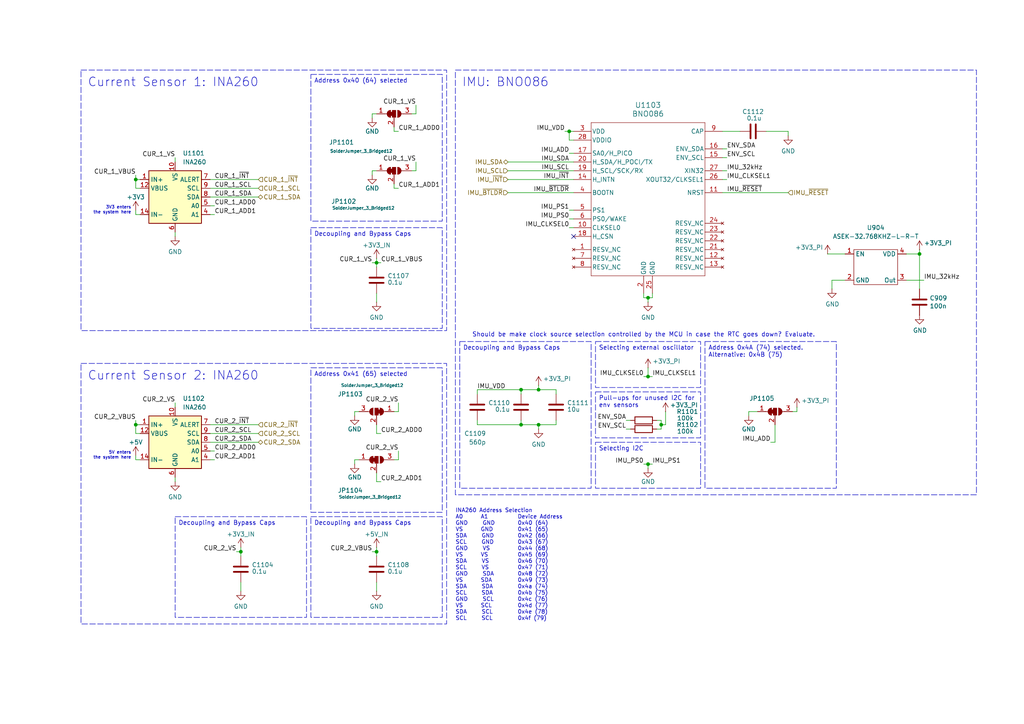
<source format=kicad_sch>
(kicad_sch (version 20231120) (generator "eeschema") (generator_version "8.0")
  (paper "A4")
  (title_block (title "bac SBC Raspberry Pi CM5 Carrier Board v1") (date "2025-03-23") (rev "1") (company "Build a CubeSat") (comment 1 "Original: P. Colangeli, respin: M. Imboden") (comment 2 "CERN-OHL-S-2.0") (comment 3 "https://buildacubesat.space") (comment 4 "Respun from \"CM5 MINIMA REV2\" by Pierluigi Colangeli") (comment 5 "https://github.com/piecol/CM5_MINIMA_REV2") (comment 6 "Thanks, Pier!"))
  (lib_symbols
    (symbol "CM5IO:ASEK-32.768KHZ-L-R-T"
      (property "Reference" "U703" (at 0 9.525 0))
      (property "Value" "ASEK-32.768KHZ-L-R-T" (at 0 6.985 0))
      (symbol "ASEK-32.768KHZ-L-R-T_0_1"
        (rectangle (start -6.35 5.08) (end 6.35 -5.08))
      )
      (symbol "ASEK-32.768KHZ-L-R-T_1_1"
        (pin power_in line (at -8.89 3.81 0) (length 2.54) (name "EN") (number "1"))
        (pin power_in line (at -8.89 -3.81 0) (length 2.54) (name "GND") (number "2"))
        (pin output line (at 8.89 -3.81 180) (length 2.54) (name "Out") (number "3"))
        (pin power_in line (at 8.89 3.81 180) (length 2.54) (name "VDD") (number "4"))
      )
    )
    (symbol "Device:C" (pin_numbers hide) (pin_names (offset 0.254))
      (property "Reference" "C" (at 0.635 2.54 0))
      (property "Value" "C" (at 0.635 -2.54 0))
      (symbol "C_0_1"
        (polyline (pts (xy -2.032 -0.762) (xy 2.032 -0.762)) (stroke (width 0.508)))
        (polyline (pts (xy -2.032 0.762) (xy 2.032 0.762)) (stroke (width 0.508)))
      )
      (symbol "C_1_1"
        (pin passive line (at 0 3.81 270) (length 2.794) (name "~") (number "1"))
        (pin passive line (at 0 -3.81 90) (length 2.794) (name "~") (number "2"))
      )
    )
    (symbol "Device:R" (pin_numbers hide) (pin_names (offset 0))
      (property "Reference" "R" (at 2.032 0 90))
      (property "Value" "R" (at 0 0 90))
      (symbol "R_0_1"
        (rectangle (start -1.016 -2.54) (end 1.016 2.54) (stroke (width 0.254)))
      )
      (symbol "R_1_1"
        (pin passive line (at 0 3.81 270) (length 1.27) (name "~") (number "1"))
        (pin passive line (at 0 -3.81 90) (length 1.27) (name "~") (number "2"))
      )
    )
    (symbol "Jumper:SolderJumper_3_Bridged12" (pin_names (offset 0) hide) (exclude_from_sim yes) (in_bom no)
      (property "Reference" "JP" (at -2.54 -2.54 0))
      (property "Value" "SolderJumper_3_Bridged12" (at 0 2.794 0))
      (symbol "SolderJumper_3_Bridged12_0_1"
        (rectangle (start -1.016 0.508) (end -0.508 -0.508) (fill (type outline)))
        (arc (start -1.016 1.016) (mid -2.0276 0) (end -1.016 -1.016))
        (arc (start -1.016 1.016) (mid -2.0276 0) (end -1.016 -1.016) (fill (type outline)))
        (rectangle (start -0.508 1.016) (end 0.508 -1.016) (fill (type outline)))
        (polyline (pts (xy -2.54 0) (xy -2.032 0)))
        (polyline (pts (xy -1.016 1.016) (xy -1.016 -1.016)))
        (polyline (pts (xy 0 -1.27) (xy 0 -1.016)))
        (polyline (pts (xy 1.016 1.016) (xy 1.016 -1.016)))
        (polyline (pts (xy 2.54 0) (xy 2.032 0)))
        (arc (start 1.016 -1.016) (mid 2.0276 0) (end 1.016 1.016))
        (arc (start 1.016 -1.016) (mid 2.0276 0) (end 1.016 1.016) (fill (type outline)))
      )
      (symbol "SolderJumper_3_Bridged12_1_1"
        (pin passive line (at -5.08 0 0) (length 2.54) (name "A") (number "1"))
        (pin passive line (at 0 -3.81 90) (length 2.54) (name "C") (number "2"))
        (pin passive line (at 5.08 0 180) (length 2.54) (name "B") (number "3"))
      )
    )
    (symbol "Sensor:INA260"
      (property "Reference" "U" (at -6.35 8.89 0))
      (property "Value" "INA260" (at 2.54 8.89 0))
      (symbol "INA260_0_1"
        (rectangle (start -7.62 7.62) (end 7.62 -7.62) (stroke (width 0.254)) (fill (type background)))
      )
      (symbol "INA260_1_1"
        (pin passive line (at -10.16 5.08 0) (length 2.54) (name "IN+") (number "1"))
        (pin power_in line (at 0 10.16 270) (length 2.54) (name "VS") (number "10"))
        (pin passive line (at 0 -10.16 90) (length 2.54) hide (name "GND") (number "11"))
        (pin passive line (at -10.16 2.54 0) (length 2.54) (name "VBUS") (number "12"))
        (pin no_connect line (at 2.54 -7.62 90) (length 2.54) hide (name "NC") (number "13"))
        (pin passive line (at -10.16 -5.08 0) (length 2.54) (name "IN-") (number "14"))
        (pin passive line (at -10.16 -5.08 0) (length 2.54) hide (name "IN-") (number "15"))
        (pin passive line (at -10.16 -5.08 0) (length 2.54) hide (name "IN-") (number "16"))
        (pin passive line (at -10.16 5.08 0) (length 2.54) hide (name "IN+") (number "2"))
        (pin passive line (at -10.16 5.08 0) (length 2.54) hide (name "IN+") (number "3"))
        (pin input line (at 10.16 -5.08 180) (length 2.54) (name "A1") (number "4"))
        (pin input line (at 10.16 -2.54 180) (length 2.54) (name "A0") (number "5"))
        (pin power_in line (at 0 -10.16 90) (length 2.54) (name "GND") (number "6"))
        (pin open_collector line (at 10.16 5.08 180) (length 2.54) (name "ALERT") (number "7"))
        (pin bidirectional line (at 10.16 0 180) (length 2.54) (name "SDA") (number "8"))
        (pin input line (at 10.16 2.54 180) (length 2.54) (name "SCL") (number "9"))
      )
    )
    (symbol "bac MicroMod Main Board v1:CEVA BNO086" (pin_names (offset 0.254))
      (property "Reference" "U" (at 0 25.4 0))
      (property "Value" "CEVA BNO086" (at 0 22.86 0))
      (symbol "CEVA BNO086_0_1"
        (polyline (pts (xy -16.51 -24.13) (xy 16.51 -24.13)) (stroke (width 0.127)))
        (polyline (pts (xy -16.51 20.32) (xy -16.51 -24.13)) (stroke (width 0.127)))
        (polyline (pts (xy 16.51 -24.13) (xy 16.51 20.32)) (stroke (width 0.127)))
        (polyline (pts (xy 16.51 20.32) (xy -16.51 20.32)) (stroke (width 0.127)))
        (pin no_connect line (at -21.59 -16.51 0) (length 5.08) (name "RESV_NC") (number "1"))
        (pin input line (at -21.59 -10.16 0) (length 5.08) (name "CLKSEL0") (number "10"))
        (pin input line (at 21.59 0 180) (length 5.08) (name "NRST") (number "11"))
        (pin no_connect line (at 21.59 -19.05 180) (length 5.08) (name "RESV_NC") (number "12"))
        (pin no_connect line (at 21.59 -21.59 180) (length 5.08) (name "RESV_NC") (number "13"))
        (pin output line (at -21.59 3.81 0) (length 5.08) (name "H_INTN") (number "14"))
        (pin bidirectional line (at 21.59 10.16 180) (length 5.08) (name "ENV_SCL") (number "15"))
        (pin bidirectional line (at 21.59 12.7 180) (length 5.08) (name "ENV_SDA") (number "16"))
        (pin input line (at -21.59 -12.7 0) (length 5.08) (name "H_CSN") (number "18"))
        (pin bidirectional line (at -21.59 6.35 0) (length 5.08) (name "H_SCL/SCK/RX") (number "19"))
        (pin power_out line (at -1.27 -29.21 90) (length 5.08) (name "GND") (number "2"))
        (pin no_connect line (at 21.59 -16.51 180) (length 5.08) (name "RESV_NC") (number "21"))
        (pin no_connect line (at 21.59 -13.97 180) (length 5.08) (name "RESV_NC") (number "22"))
        (pin no_connect line (at 21.59 -11.43 180) (length 5.08) (name "RESV_NC") (number "23"))
        (pin no_connect line (at 21.59 -8.89 180) (length 5.08) (name "RESV_NC") (number "24"))
        (pin power_out line (at 1.27 -29.21 90) (length 5.08) (name "GND") (number "25"))
        (pin output line (at 21.59 3.81 180) (length 5.08) (name "XOUT32/CLKSEL1") (number "26"))
        (pin input line (at 21.59 6.35 180) (length 5.08) (name "XIN32") (number "27"))
        (pin power_in line (at -21.59 15.24 0) (length 5.08) (name "VDDIO") (number "28"))
        (pin power_in line (at -21.59 17.78 0) (length 5.08) (name "VDD") (number "3"))
        (pin input line (at -21.59 0 0) (length 5.08) (name "BOOTN") (number "4"))
        (pin input line (at -21.59 -5.08 0) (length 5.08) (name "PS1") (number "5"))
        (pin input line (at -21.59 -7.62 0) (length 5.08) (name "PS0/WAKE") (number "6"))
        (pin no_connect line (at -21.59 -19.05 0) (length 5.08) (name "RESV_NC") (number "7"))
        (pin no_connect line (at -21.59 -21.59 0) (length 5.08) (name "RESV_NC") (number "8"))
        (pin power_in line (at 21.59 17.78 180) (length 5.08) (name "CAP") (number "9"))
      )
      (symbol "CEVA BNO086_1_1"
        (pin input line (at -21.59 11.43 0) (length 5.08) (name "SA0/H_PICO") (number "17"))
        (pin bidirectional line (at -21.59 8.89 0) (length 5.08) (name "H_SDA/H_POCI/TX") (number "20"))
      )
    )
    (symbol "power:+3.3V" (power) (pin_numbers hide) (pin_names (offset 0) hide)
      (property "Value" "+3.3V" (at 0 3.556 0))
      (symbol "+3.3V_0_1"
        (polyline (pts (xy -0.762 1.27) (xy 0 2.54)))
        (polyline (pts (xy 0 0) (xy 0 2.54)))
        (polyline (pts (xy 0 2.54) (xy 0.762 1.27)))
      )
      (symbol "+3.3V_1_1"
        (pin power_in line (at 0 0 90) (length 0) (name "~") (number "1"))
      )
    )
    (symbol "power:+3V3" (power) (pin_numbers hide) (pin_names (offset 0) hide)
      (property "Value" "+3V3" (at 0 3.556 0))
      (symbol "+3V3_0_1"
        (polyline (pts (xy -0.762 1.27) (xy 0 2.54)))
        (polyline (pts (xy 0 0) (xy 0 2.54)))
        (polyline (pts (xy 0 2.54) (xy 0.762 1.27)))
      )
      (symbol "+3V3_1_1"
        (pin power_in line (at 0 0 90) (length 0) (name "~") (number "1"))
      )
    )
    (symbol "power:GND" (power) (pin_numbers hide) (pin_names (offset 0) hide)
      (property "Value" "GND" (at 0 -3.81 0))
      (symbol "GND_0_1"
        (polyline (pts (xy 0 0) (xy 0 -1.27) (xy 1.27 -1.27) (xy 0 -2.54) (xy -1.27 -1.27) (xy 0 -1.27)))
      )
      (symbol "GND_1_1"
        (pin power_in line (at 0 0 270) (length 0) (name "~") (number "1"))
      )
    )
  )
  (junction (at 156.21 123.19))
  (junction (at 266.7 73.66))
  (junction (at 69.85 160.02))
  (junction (at 151.13 113.03))
  (junction (at 191.77 123.19))
  (junction (at 187.96 109.22))
  (junction (at 165.1 38.1))
  (junction (at 39.37 52.07))
  (junction (at 151.13 123.19))
  (junction (at 156.21 113.03))
  (junction (at 187.96 86.36))
  (junction (at 39.37 123.19))
  (junction (at 109.22 160.02))
  (junction (at 187.96 134.62))
  (junction (at 109.22 76.2))
  (no_connect (at 166.37 68.58))
  (wire (pts (xy 39.37 54.61) (xy 40.64 54.61)))
  (wire (pts (xy 217.17 119.38) (xy 219.71 119.38)))
  (wire (pts (xy 50.8 139.7) (xy 50.8 138.43)))
  (wire (pts (xy 191.77 121.92) (xy 191.77 123.19)))
  (wire (pts (xy 68.58 160.02) (xy 69.85 160.02)))
  (wire (pts (xy 50.8 45.72) (xy 50.8 46.99)))
  (wire (pts (xy 107.95 76.2) (xy 109.22 76.2)))
  (wire (pts (xy 115.57 133.35) (xy 114.3 133.35)))
  (wire (pts (xy 187.96 135.89) (xy 187.96 134.62)))
  (wire (pts (xy 209.55 45.72) (xy 210.82 45.72)))
  (wire (pts (xy 187.96 106.68) (xy 187.96 109.22)))
  (wire (pts (xy 107.95 49.53) (xy 107.95 50.8)))
  (wire (pts (xy 39.37 125.73) (xy 40.64 125.73)))
  (wire (pts (xy 241.3 83.82) (xy 241.3 81.28)))
  (wire (pts (xy 191.77 123.19) (xy 191.77 124.46)))
  (wire (pts (xy 189.23 86.36) (xy 189.23 85.09)))
  (wire (pts (xy 138.43 121.92) (xy 138.43 123.19)))
  (wire (pts (xy 109.22 125.73) (xy 109.22 123.19)))
  (wire (pts (xy 240.03 73.66) (xy 245.11 73.66)))
  (wire (pts (xy 114.3 38.1) (xy 114.3 36.83)))
  (wire (pts (xy 60.96 62.23) (xy 62.23 62.23)))
  (wire (pts (xy 151.13 113.03) (xy 156.21 113.03)))
  (wire (pts (xy 186.69 134.62) (xy 187.96 134.62)))
  (wire (pts (xy 223.52 128.27) (xy 224.79 128.27)))
  (wire (pts (xy 217.17 119.38) (xy 217.17 120.65)))
  (wire (pts (xy 147.32 46.99) (xy 166.37 46.99)))
  (wire (pts (xy 39.37 52.07) (xy 40.64 52.07)))
  (wire (pts (xy 109.22 168.91) (xy 109.22 171.45)))
  (wire (pts (xy 165.1 66.04) (xy 166.37 66.04)))
  (wire (pts (xy 110.49 125.73) (xy 109.22 125.73)))
  (wire (pts (xy 210.82 49.53) (xy 209.55 49.53)))
  (wire (pts (xy 138.43 114.3) (xy 138.43 113.03)))
  (wire (pts (xy 109.22 85.09) (xy 109.22 87.63)))
  (wire (pts (xy 74.93 52.07) (xy 60.96 52.07)))
  (wire (pts (xy 156.21 123.19) (xy 151.13 123.19)))
  (wire (pts (xy 114.3 54.61) (xy 114.3 53.34)))
  (wire (pts (xy 165.1 60.96) (xy 166.37 60.96)))
  (wire (pts (xy 181.61 124.46) (xy 182.88 124.46)))
  (wire (pts (xy 50.8 68.58) (xy 50.8 67.31)))
  (wire (pts (xy 69.85 160.02) (xy 69.85 161.29)))
  (wire (pts (xy 165.1 40.64) (xy 165.1 38.1)))
  (wire (pts (xy 214.63 38.1) (xy 209.55 38.1)))
  (wire (pts (xy 39.37 52.07) (xy 39.37 50.8)))
  (wire (pts (xy 147.32 55.88) (xy 166.37 55.88)))
  (wire (pts (xy 186.69 85.09) (xy 186.69 86.36)))
  (wire (pts (xy 228.6 38.1) (xy 228.6 39.37)))
  (wire (pts (xy 187.96 86.36) (xy 189.23 86.36)))
  (wire (pts (xy 224.79 123.19) (xy 224.79 128.27)))
  (wire (pts (xy 110.49 139.7) (xy 109.22 139.7)))
  (wire (pts (xy 161.29 121.92) (xy 161.29 123.19)))
  (wire (pts (xy 161.29 123.19) (xy 156.21 123.19)))
  (wire (pts (xy 156.21 123.19) (xy 156.21 124.46)))
  (wire (pts (xy 120.65 46.99) (xy 120.65 49.53)))
  (wire (pts (xy 209.55 52.07) (xy 210.82 52.07)))
  (wire (pts (xy 107.95 49.53) (xy 109.22 49.53)))
  (wire (pts (xy 156.21 113.03) (xy 161.29 113.03)))
  (wire (pts (xy 115.57 116.84) (xy 115.57 119.38)))
  (wire (pts (xy 114.3 38.1) (xy 115.57 38.1)))
  (wire (pts (xy 102.87 119.38) (xy 104.14 119.38)))
  (wire (pts (xy 231.14 119.38) (xy 231.14 118.11)))
  (wire (pts (xy 191.77 124.46) (xy 190.5 124.46)))
  (wire (pts (xy 39.37 123.19) (xy 39.37 121.92)))
  (wire (pts (xy 138.43 123.19) (xy 151.13 123.19)))
  (wire (pts (xy 151.13 123.19) (xy 151.13 121.92)))
  (wire (pts (xy 39.37 62.23) (xy 40.64 62.23)))
  (wire (pts (xy 102.87 133.35) (xy 104.14 133.35)))
  (wire (pts (xy 50.8 116.84) (xy 50.8 118.11)))
  (wire (pts (xy 266.7 73.66) (xy 262.89 73.66)))
  (wire (pts (xy 209.55 43.18) (xy 210.82 43.18)))
  (wire (pts (xy 151.13 113.03) (xy 151.13 114.3)))
  (wire (pts (xy 187.96 109.22) (xy 189.23 109.22)))
  (wire (pts (xy 147.32 52.07) (xy 166.37 52.07)))
  (wire (pts (xy 74.93 123.19) (xy 60.96 123.19)))
  (wire (pts (xy 109.22 158.75) (xy 109.22 160.02)))
  (wire (pts (xy 262.89 81.28) (xy 267.97 81.28)))
  (wire (pts (xy 165.1 38.1) (xy 166.37 38.1)))
  (wire (pts (xy 120.65 49.53) (xy 119.38 49.53)))
  (wire (pts (xy 107.95 33.02) (xy 109.22 33.02)))
  (wire (pts (xy 39.37 133.35) (xy 40.64 133.35)))
  (wire (pts (xy 190.5 121.92) (xy 191.77 121.92)))
  (wire (pts (xy 39.37 123.19) (xy 40.64 123.19)))
  (wire (pts (xy 39.37 132.08) (xy 39.37 133.35)))
  (wire (pts (xy 161.29 113.03) (xy 161.29 114.3)))
  (wire (pts (xy 209.55 55.88) (xy 228.6 55.88)))
  (wire (pts (xy 166.37 40.64) (xy 165.1 40.64)))
  (wire (pts (xy 186.69 86.36) (xy 187.96 86.36)))
  (wire (pts (xy 156.21 111.76) (xy 156.21 113.03)))
  (wire (pts (xy 102.87 119.38) (xy 102.87 120.65)))
  (wire (pts (xy 266.7 72.39) (xy 266.7 73.66)))
  (wire (pts (xy 266.7 83.82) (xy 266.7 73.66)))
  (wire (pts (xy 186.69 109.22) (xy 187.96 109.22)))
  (wire (pts (xy 74.93 128.27) (xy 60.96 128.27)))
  (wire (pts (xy 222.25 38.1) (xy 228.6 38.1)))
  (wire (pts (xy 109.22 76.2) (xy 109.22 77.47)))
  (wire (pts (xy 74.93 125.73) (xy 60.96 125.73)))
  (wire (pts (xy 74.93 54.61) (xy 60.96 54.61)))
  (wire (pts (xy 193.04 119.38) (xy 193.04 123.19)))
  (wire (pts (xy 115.57 130.81) (xy 115.57 133.35)))
  (wire (pts (xy 120.65 30.48) (xy 120.65 33.02)))
  (wire (pts (xy 107.95 33.02) (xy 107.95 34.29)))
  (wire (pts (xy 39.37 125.73) (xy 39.37 123.19)))
  (wire (pts (xy 69.85 158.75) (xy 69.85 160.02)))
  (wire (pts (xy 187.96 86.36) (xy 187.96 87.63)))
  (wire (pts (xy 181.61 121.92) (xy 182.88 121.92)))
  (wire (pts (xy 114.3 54.61) (xy 115.57 54.61)))
  (wire (pts (xy 109.22 139.7) (xy 109.22 137.16)))
  (wire (pts (xy 109.22 160.02) (xy 109.22 161.29)))
  (wire (pts (xy 147.32 49.53) (xy 166.37 49.53)))
  (wire (pts (xy 138.43 113.03) (xy 151.13 113.03)))
  (wire (pts (xy 110.49 76.2) (xy 109.22 76.2)))
  (wire (pts (xy 69.85 168.91) (xy 69.85 171.45)))
  (wire (pts (xy 115.57 119.38) (xy 114.3 119.38)))
  (wire (pts (xy 74.93 57.15) (xy 60.96 57.15)))
  (wire (pts (xy 163.83 38.1) (xy 165.1 38.1)))
  (wire (pts (xy 231.14 119.38) (xy 229.87 119.38)))
  (wire (pts (xy 165.1 63.5) (xy 166.37 63.5)))
  (wire (pts (xy 102.87 134.62) (xy 102.87 133.35)))
  (wire (pts (xy 193.04 123.19) (xy 191.77 123.19)))
  (wire (pts (xy 109.22 74.93) (xy 109.22 76.2)))
  (wire (pts (xy 39.37 54.61) (xy 39.37 52.07)))
  (wire (pts (xy 60.96 130.81) (xy 62.23 130.81)))
  (wire (pts (xy 187.96 134.62) (xy 189.23 134.62)))
  (wire (pts (xy 120.65 33.02) (xy 119.38 33.02)))
  (wire (pts (xy 241.3 81.28) (xy 245.11 81.28)))
  (wire (pts (xy 107.95 160.02) (xy 109.22 160.02)))
  (wire (pts (xy 60.96 59.69) (xy 62.23 59.69)))
  (wire (pts (xy 39.37 60.96) (xy 39.37 62.23)))
  (wire (pts (xy 60.96 133.35) (xy 62.23 133.35)))
  (wire (pts (xy 165.1 44.45) (xy 166.37 44.45)))
  (text_box "IMU: BNO086" (at 132.08 20.32 0) (size 151.13 123.19) (stroke (width 0) (type dash)) (effects (font (size 2.54 2.54)) (justify left top)))
  (text_box "Selecting external oscillator" (at 172.72 99.06 0) (size 30.48 13.335) (stroke (width 0) (type dash)) (effects (font (size 1.27 1.27)) (justify left top)))
  (text_box "Pull-ups for unused I2C for env sensors" (at 172.72 113.665 0) (size 30.48 13.335) (stroke (width 0) (type dash)) (effects (font (size 1.27 1.27)) (justify left top)))
  (text_box "Decoupling and Bypass Caps" (at 50.8 149.86 0) (size 38.1 29.21) (stroke (width 0) (type dash)) (effects (font (size 1.27 1.27)) (justify left top)))
  (text_box "Decoupling and Bypass Caps" (at 90.17 149.86 0) (size 38.1 29.21) (stroke (width 0) (type dash)) (effects (font (size 1.27 1.27)) (justify left top)))
  (text_box "Selecting I2C" (at 172.72 128.27 0) (size 30.48 13.335) (stroke (width 0) (type dash)) (effects (font (size 1.27 1.27)) (justify left top)))
  (text_box "Current Sensor 2: INA260" (at 23.495 105.41 0) (size 106.045 75.565) (stroke (width 0) (type dash)) (effects (font (size 2.54 2.54)) (justify left top)))
  (text_box "Decoupling and Bypass Caps" (at 90.17 66.04 0) (size 38.1 29.21) (stroke (width 0) (type dash)) (effects (font (size 1.27 1.27)) (justify left top)))
  (text_box "Address 0x41 (65) selected" (at 90.17 106.68 0) (size 38.1 41.91) (stroke (width 0) (type dash)) (effects (font (size 1.27 1.27)) (justify left top)))
  (text_box "Address 0x4A (74) selected. Alternative: 0x4B (75)" (at 204.47 99.06 0) (size 38.1 42.545) (stroke (width 0) (type dash)) (effects (font (size 1.27 1.27)) (justify left top)))
  (text_box "Address 0x40 (64) selected" (at 90.17 21.59 0) (size 38.1 42.545) (stroke (width 0) (type dash)) (effects (font (size 1.27 1.27)) (justify left top)))
  (text_box "Current Sensor 1: INA260" (at 23.495 20.32 0) (size 106.045 75.565) (stroke (width 0) (type dash)) (effects (font (size 2.54 2.54)) (justify left top)))
  (text_box "Decoupling and Bypass Caps" (at 133.35 99.06 0) (size 38.1 42.545) (stroke (width 0) (type dash)) (effects (font (size 1.27 1.27)) (justify left top)))
  (text "5V enters\nthe system here" (at 38.1 132.08 0) (effects (font (size 0.889 0.889)) (justify right)))
  (text "3V3 enters\nthe system here" (at 38.1 60.96 0) (effects (font (size 0.889 0.889)) (justify right)))
  (text "INA260 Address Selection\nA0      A1		Device Address \nGND     GND		0x40 (64)\nVS      GND		0x41 (65)\nSDA     GND		0x42 (66)\nSCL     GND		0x43 (67)\nGND     VS		0x44 (68)\nVS      VS		0x45 (69)\nSDA     VS		0x46 (70)\nSCL     VS		0x47 (71)\nGND     SDA		0x48 (72)\nVS      SDA		0x49 (73)\nSDA     SDA		0x4a (74)\nSCL     SDA		0x4b (75)\nGND     SCL		0x4c (76)\nVS      SCL		0x4d (77)\nSDA     SCL		0x4e (78)\nSCL     SCL		0x4f (79)\n" (at 132.08 163.83 0) (effects (font (size 1.143 1.143)) (justify left)))
  (text "Should be make clock source selection controlled by the MCU in case the RTC goes down? Evaluate." (at 186.69 97.155 0) (effects (font (size 1.27 1.27))))
  (label "ENV_SDA" (at 210.82 43.18 0))
  (label "CUR_2_ADD0" (at 110.49 125.73 0))
  (label "IMU_PS1" (at 189.23 134.62 0))
  (label "IMU_32kHz" (at 210.82 49.53 0))
  (label "IMU_CLKSEL0" (at 186.69 109.22 180))
  (label "CUR_1_VS" (at 107.95 76.2 180))
  (label "CUR_2_VS" (at 115.57 130.81 180))
  (label "CUR_2_ADD1" (at 62.23 133.35 0))
  (label "ENV_SCL" (at 181.61 124.46 180))
  (label "IMU_ADD" (at 223.52 128.27 180))
  (label "IMU_~{RESET}" (at 210.82 55.88 0))
  (label "CUR_1_SDA" (at 62.23 57.15 0))
  (label "ENV_SDA" (at 181.61 121.92 180))
  (label "IMU_VDD" (at 138.43 113.03 0))
  (label "IMU_PS1" (at 165.1 60.96 180))
  (label "IMU_CLKSEL1" (at 189.23 109.22 0))
  (label "CUR_1_VBUS" (at 110.49 76.2 0))
  (label "CUR_2_VS" (at 68.58 160.02 180))
  (label "IMU_PS0" (at 186.69 134.62 180))
  (label "CUR_2_~{INT}" (at 62.23 123.19 0))
  (label "CUR_2_VS" (at 115.57 116.84 180))
  (label "CUR_2_VBUS" (at 39.37 121.92 180))
  (label "CUR_2_ADD1" (at 110.49 139.7 0))
  (label "CUR_2_ADD0" (at 62.23 130.81 0))
  (label "CUR_1_ADD0" (at 62.23 59.69 0))
  (label "CUR_1_SCL" (at 62.23 54.61 0))
  (label "CUR_2_SCL" (at 62.23 125.73 0))
  (label "IMU_VDD" (at 163.83 38.1 180))
  (label "CUR_1_VBUS" (at 39.37 50.8 180))
  (label "CUR_1_ADD1" (at 62.23 62.23 0))
  (label "IMU_CLKSEL1" (at 210.82 52.07 0))
  (label "IMU_32kHz" (at 267.97 81.28 0))
  (label "CUR_1_ADD1" (at 115.57 54.61 0))
  (label "CUR_1_ADD0" (at 115.57 38.1 0))
  (label "ENV_SCL" (at 210.82 45.72 0))
  (label "CUR_1_VS" (at 120.65 30.48 180))
  (label "CUR_2_VS" (at 50.8 116.84 180))
  (label "IMU_CLKSEL0" (at 165.1 66.04 180))
  (label "IMU_~{INT}" (at 165.1 52.07 180))
  (label "IMU_~{BTLDR}" (at 165.1 55.88 180))
  (label "IMU_PS0" (at 165.1 63.5 180))
  (label "CUR_1_~{INT}" (at 62.23 52.07 0))
  (label "IMU_SCL" (at 165.1 49.53 180))
  (label "CUR_1_VS" (at 120.65 46.99 180))
  (label "CUR_2_VBUS" (at 107.95 160.02 180))
  (label "IMU_ADD" (at 165.1 44.45 180))
  (label "CUR_2_SDA" (at 62.23 128.27 0))
  (label "CUR_1_VS" (at 50.8 45.72 180))
  (label "IMU_SDA" (at 165.1 46.99 180))
  (hierarchical_label "IMU_SCL" (shape input) (at 147.32 49.53 180))
  (hierarchical_label "IMU_~{RESET}" (shape input) (at 228.6 55.88 0))
  (hierarchical_label "CUR_2_SDA" (shape bidirectional) (at 74.93 128.27 0))
  (hierarchical_label "IMU_~{INT}" (shape input) (at 147.32 52.07 180))
  (hierarchical_label "IMU_SDA" (shape bidirectional) (at 147.32 46.99 180))
  (hierarchical_label "CUR_1_SDA" (shape bidirectional) (at 74.93 57.15 0))
  (hierarchical_label "CUR_2_SCL" (shape input) (at 74.93 125.73 0))
  (hierarchical_label "CUR_1_~{INT}" (shape input) (at 74.93 52.07 0))
  (hierarchical_label "CUR_1_SCL" (shape input) (at 74.93 54.61 0))
  (hierarchical_label "CUR_2_~{INT}" (shape input) (at 74.93 123.19 0))
  (hierarchical_label "IMU_~{BTLDR}" (shape input) (at 147.32 55.88 180))
  (symbol (lib_id "power:+3V3") (at 187.96 106.68 0) (unit 1)
    (property "Reference" "#PWR0920" (effects (hide yes)))
    (property "Value" "+3V3_PI" (at 189.23 104.775 0) (effects (justify left)))
    (property "Description" "Power symbol creates a global label with name \"+3V3\"" (effects (hide yes)))
  )
  (symbol (lib_id "Device:R") (at 186.69 121.92 90) (unit 1)
    (property "Reference" "R1101" (at 199.39 119.38 90))
    (property "Value" "100k" (at 198.755 121.285 90))
    (property "Footprint" "bac MicroMod Main Board v1:bac-R-0603-100k" (effects (hide yes)))
    (property "Description" "Resistor" (effects (hide yes)))
    (property "Series" "E96" (effects (hide yes)))
    (instances (project "" (path "" (reference "R1101") (unit 1))) (project "" (path "" (reference "R901") (unit 1))))
  )
  (symbol (lib_id "power:GND") (at 107.95 50.8 0) (unit 1)
    (property "Reference" "#PWR01112" (effects (hide yes)))
    (property "Value" "GND" (at 107.95 54.61 0))
    (property "Description" "Power symbol creates a global label with name \"GND\" , ground" (effects (hide yes)))
    (instances (project "bac-micromod-main-board-single-bus-double-function-v1" (path "" (reference "#PWR01112") (unit 1))) (project "" (path "" (reference "#PWR0912") (unit 1))))
  )
  (symbol (lib_id "power:GND") (at 156.21 124.46 0) (unit 1)
    (property "Reference" "#PWR01116" (effects (hide yes)))
    (property "Value" "GND" (at 156.21 128.905 0))
    (property "Description" "Power symbol creates a global label with name \"GND\" , ground" (effects (hide yes)))
    (instances (project "bac-micromod-main-board-single-bus-double-function-v1" (path "" (reference "#PWR01116") (unit 1))) (project "" (path "" (reference "#PWR0918") (unit 1))))
  )
  (symbol (lib_id "power:GND") (at 109.22 87.63 0) (unit 1)
    (property "Reference" "#PWR01108" (effects (hide yes)))
    (property "Value" "GND" (at 109.22 92.075 0))
    (property "Description" "Power symbol creates a global label with name \"GND\" , ground" (effects (hide yes)))
    (instances (project "bac-micromod-main-board-single-bus-double-function-v1" (path "" (reference "#PWR01108") (unit 1))) (project "" (path "" (reference "#PWR0914") (unit 1))))
  )
  (symbol (lib_id "Device:C") (at 69.85 165.1 0) (unit 1)
    (property "Reference" "C1104" (at 73.025 163.83 0) (effects (justify left)))
    (property "Value" "0.1u" (at 73.025 165.735 0) (effects (justify left)))
    (property "Footprint" "bac MicroMod Main Board v1:bac-C-0603-0.1u" (effects (hide yes)))
    (property "Description" "Unpolarized capacitor" (effects (hide yes)))
    (property "Height" "0.95mm" (effects (hide yes)))
    (property "Rated Voltage" "50V" (effects (hide yes)))
    (property "Temperature Coefficient" "X7R" (effects (hide yes)))
    (instances (project "bac-micromod-main-board-single-bus-double-function" (path "" (reference "C1104") (unit 1))) (project "" (path "" (reference "C901") (unit 1))))
  )
  (symbol (lib_id "power:+3.3V") (at 109.22 74.93 0) (unit 1)
    (property "Reference" "#PWR01107" (effects (hide yes)))
    (property "Value" "+3V3_IN" (at 109.22 71.12 0))
    (property "Description" "Power symbol creates a global label with name \"+3.3V\"" (effects (hide yes)))
    (instances (project "bac-micromod-main-board-single-bus-double-function" (path "" (reference "#PWR01107") (unit 1))) (project "" (path "" (reference "#PWR0913") (unit 1))))
  )
  (symbol (lib_id "Sensor:INA260") (at 50.8 57.15 0) (unit 1)
    (property "Reference" "U1101" (at 52.9941 44.45 0) (effects (justify left)))
    (property "Value" "INA260" (at 52.9941 46.99 0) (effects (justify left)))
    (property "Footprint" "Package_SO:TSSOP-16_4.4x5mm_P0.65mm" (effects (hide yes)))
    (property "Datasheet" "http://www.ti.com/lit/ds/symlink/ina260.pdf" (effects (hide yes)))
    (property "Description" "Current/power/voltage monitor with Integrated 2mΩ Shunt Resistor, 2.7V - 5.5V, I2C, TSSOP-16" (effects (hide yes)))
    (instances (project "" (path "" (reference "U1101") (unit 1))) (project "" (path "" (reference "U901") (unit 1))))
  )
  (symbol (lib_id "Device:C") (at 109.22 81.28 0) (unit 1)
    (property "Reference" "C1107" (at 112.395 80.01 0) (effects (justify left)))
    (property "Value" "0.1u" (at 112.395 81.915 0) (effects (justify left)))
    (property "Footprint" "bac MicroMod Main Board v1:bac-C-0603-0.1u" (effects (hide yes)))
    (property "Description" "Unpolarized capacitor" (effects (hide yes)))
    (property "Height" "0.95mm" (effects (hide yes)))
    (property "Rated Voltage" "50V" (effects (hide yes)))
    (property "Temperature Coefficient" "X7R" (effects (hide yes)))
    (instances (project "bac-micromod-main-board-single-bus-double-function-v1" (path "" (reference "C1107") (unit 1))) (project "" (path "" (reference "C903") (unit 1))))
  )
  (symbol (lib_id "power:+3V3") (at 231.14 118.11 0) (unit 1)
    (property "Reference" "#PWR0925" (effects (hide yes)))
    (property "Value" "+3V3_PI" (at 232.41 116.205 0) (effects (justify left)))
    (property "Description" "Power symbol creates a global label with name \"+3V3\"" (effects (hide yes)))
  )
  (symbol (lib_id "Jumper:SolderJumper_3_Bridged12") (at 224.79 119.38 0) (unit 1) (exclude_from_sim yes) (in_bom no)
    (property "Reference" "JP1105" (at 220.98 115.57 0))
    (property "Value" "SolderJumper_3_Bridged12" (effects (hide yes)))
    (property "Footprint" "Jumper:SolderJumper-3_P1.3mm_Bridged12_RoundedPad1.0x1.5mm_NumberLabels" (effects (hide yes)))
    (property "Description" "3-pole Solder Jumper, pins 1+2 closed/bridged" (effects (hide yes)))
    (instances (project "" (path "" (reference "JP1105") (unit 1))) (project "" (path "" (reference "JP905") (unit 1))))
  )
  (symbol (lib_id "power:GND") (at 50.8 68.58 0) (unit 1)
    (property "Reference" "#PWR01103" (effects (hide yes)))
    (property "Value" "GND" (at 50.8 73.025 0))
    (property "Description" "Power symbol creates a global label with name \"GND\" , ground" (effects (hide yes)))
    (instances (project "bac-micromod-main-board-single-bus-double-function-v1" (path "" (reference "#PWR01103") (unit 1))) (project "" (path "" (reference "#PWR0905") (unit 1))))
  )
  (symbol (lib_id "power:+3.3V") (at 39.37 60.96 0) (unit 1)
    (property "Reference" "#PWR01101" (effects (hide yes)))
    (property "Value" "+3V3" (at 39.37 57.15 0))
    (property "Description" "Power symbol creates a global label with name \"+3.3V\"" (effects (hide yes)))
    (instances (project "bac-micromod-main-board-single-bus-double-function-v1" (path "" (reference "#PWR01101") (unit 1))) (project "" (path "" (reference "#PWR0903") (unit 1))))
  )
  (symbol (lib_id "Jumper:SolderJumper_3_Bridged12") (at 109.22 133.35 0) (unit 1) (exclude_from_sim yes) (in_bom no)
    (property "Reference" "JP1104" (at 101.6 142.24 0))
    (property "Value" "SolderJumper_3_Bridged12" (at 107.315 144.145 0) (effects (font (size 0.889 0.889))))
    (property "Footprint" "Jumper:SolderJumper-3_P1.3mm_Bridged12_RoundedPad1.0x1.5mm_NumberLabels" (effects (hide yes)))
    (property "Description" "3-pole Solder Jumper, pins 1+2 closed/bridged" (effects (hide yes)))
    (instances (project "bac-micromod-main-board-single-bus-double-function-v1" (path "" (reference "JP1104") (unit 1))) (project "" (path "" (reference "JP902") (unit 1))))
  )
  (symbol (lib_id "power:GND") (at 69.85 171.45 0) (unit 1)
    (property "Reference" "#PWR01106" (effects (hide yes)))
    (property "Value" "GND" (at 69.85 175.895 0))
    (property "Description" "Power symbol creates a global label with name \"GND\" , ground" (effects (hide yes)))
    (instances (project "bac-micromod-main-board-single-bus-double-function" (path "" (reference "#PWR01106") (unit 1))) (project "" (path "" (reference "#PWR0908") (unit 1))))
  )
  (symbol (lib_id "power:+3V3") (at 266.7 72.39 0) (unit 1)
    (property "Reference" "#PWR0928" (effects (hide yes)))
    (property "Value" "+3V3_PI" (at 267.97 70.485 0) (effects (justify left)))
    (property "Description" "Power symbol creates a global label with name \"+3V3\"" (effects (hide yes)))
  )
  (symbol (lib_id "power:GND") (at 107.95 34.29 0) (unit 1)
    (property "Reference" "#PWR01111" (effects (hide yes)))
    (property "Value" "GND" (at 107.95 38.1 0))
    (property "Description" "Power symbol creates a global label with name \"GND\" , ground" (effects (hide yes)))
    (instances (project "bac-micromod-main-board-single-bus-double-function-v1" (path "" (reference "#PWR01111") (unit 1))) (project "" (path "" (reference "#PWR0911") (unit 1))))
  )
  (symbol (lib_id "Device:C") (at 109.22 165.1 0) (unit 1)
    (property "Reference" "C1108" (at 112.395 163.83 0) (effects (justify left)))
    (property "Value" "0.1u" (at 112.395 165.735 0) (effects (justify left)))
    (property "Footprint" "bac MicroMod Main Board v1:bac-C-0603-0.1u" (effects (hide yes)))
    (property "Description" "Unpolarized capacitor" (effects (hide yes)))
    (property "Height" "0.95mm" (effects (hide yes)))
    (property "Rated Voltage" "50V" (effects (hide yes)))
    (property "Temperature Coefficient" "X7R" (effects (hide yes)))
    (instances (project "bac-micromod-main-board-single-bus-double-function-v1" (path "" (reference "C1108") (unit 1))) (project "" (path "" (reference "C904") (unit 1))))
  )
  (symbol (lib_id "power:GND") (at 241.3 83.82 0) (unit 1)
    (property "Reference" "#PWR0927" (effects (hide yes)))
    (property "Value" "GND" (at 241.427 88.2142 0))
    (property "Description" "Power symbol creates a global label with name \"GND\" , ground" (effects (hide yes)))
  )
  (symbol (lib_id "Sensor:INA260") (at 50.8 128.27 0) (unit 1)
    (property "Reference" "U1102" (at 52.9941 115.57 0) (effects (justify left)))
    (property "Value" "INA260" (at 52.9941 118.11 0) (effects (justify left)))
    (property "Footprint" "Package_SO:TSSOP-16_4.4x5mm_P0.65mm" (effects (hide yes)))
    (property "Datasheet" "http://www.ti.com/lit/ds/symlink/ina260.pdf" (effects (hide yes)))
    (property "Description" "Current/power/voltage monitor with Integrated 2mΩ Shunt Resistor, 2.7V - 5.5V, I2C, TSSOP-16" (effects (hide yes)))
    (instances (project "bac-micromod-main-board-single-bus-double-function-v1" (path "" (reference "U1102") (unit 1))) (project "" (path "" (reference "U902") (unit 1))))
  )
  (symbol (lib_id "power:GND") (at 102.87 134.62 0) (unit 1)
    (property "Reference" "#PWR01113" (effects (hide yes)))
    (property "Value" "GND" (at 102.87 138.43 0))
    (property "Description" "Power symbol creates a global label with name \"GND\" , ground" (effects (hide yes)))
    (instances (project "bac-micromod-main-board-single-bus-double-function-v1" (path "" (reference "#PWR01113") (unit 1))) (project "" (path "" (reference "#PWR0910") (unit 1))))
  )
  (symbol (lib_id "Device:C") (at 151.13 118.11 0) (mirror y) (unit 1)
    (property "Reference" "C1110" (at 147.955 116.84 0) (effects (justify left)))
    (property "Value" "0.1u" (at 147.955 118.745 0) (effects (justify left)))
    (property "Footprint" "bac MicroMod Main Board v1:bac-C-0603-0.1u" (effects (hide yes)))
    (property "Description" "Unpolarized capacitor" (effects (hide yes)))
    (property "Height" "0.95mm" (effects (hide yes)))
    (property "Rated Voltage" "50V" (effects (hide yes)))
    (property "Temperature Coefficient" "X7R" (effects (hide yes)))
    (instances (project "bac-micromod-main-board-single-bus-double-function-v1" (path "" (reference "C1110") (unit 1))) (project "" (path "" (reference "C906") (unit 1))))
  )
  (symbol (lib_id "Device:R") (at 186.69 124.46 90) (mirror x) (unit 1)
    (property "Reference" "R1102" (at 199.39 123.19 90))
    (property "Value" "100k" (at 198.755 125.095 90))
    (property "Footprint" "bac MicroMod Main Board v1:bac-R-0603-100k" (effects (hide yes)))
    (property "Description" "Resistor" (effects (hide yes)))
    (property "Series" "E96" (effects (hide yes)))
    (instances (project "bac-micromod-main-board-single-bus-double-function-v1" (path "" (reference "R1102") (unit 1))) (project "" (path "" (reference "R902") (unit 1))))
  )
  (symbol (lib_id "power:GND") (at 187.96 87.63 0) (unit 1)
    (property "Reference" "#PWR01117" (effects (hide yes)))
    (property "Value" "GND" (at 187.96 92.075 0))
    (property "Description" "Power symbol creates a global label with name \"GND\" , ground" (effects (hide yes)))
    (instances (project "bac-micromod-main-board-single-bus-double-function-v1" (path "" (reference "#PWR01117") (unit 1))) (project "" (path "" (reference "#PWR0919") (unit 1))))
  )
  (symbol (lib_id "CM5IO:ASEK-32.768KHZ-L-R-T") (at 254 77.47 0) (unit 1)
    (property "Reference" "U904" (at 254 66.04 0))
    (property "Value" "ASEK-32.768KHZ-L-R-T" (at 254 68.58 0))
    (property "Footprint" "Crystal:Crystal_SMD_3225-4Pin_3.2x2.5mm" (effects (hide yes)))
    (property "Datasheet" "https://abracon.com/Oscillators/ASEK.pdf" (effects (hide yes)))
    (property "Field5" "ASEK-32.768KHZ-L-R-T" (effects (hide yes)))
    (property "Field6" "ASEK-32.768KHZ-L-R-T" (effects (hide yes)))
    (property "Field7" "abracon" (effects (hide yes)))
    (property "Part Description" "32KHz Xtal oscilator" (effects (hide yes)))
  )
  (symbol (lib_id "Device:C") (at 161.29 118.11 0) (unit 1)
    (property "Reference" "C1111" (at 164.465 116.84 0) (effects (justify left)))
    (property "Value" "10u" (at 164.465 118.745 0) (effects (justify left)))
    (property "Footprint" "bac MicroMod Main Board v1:bac-C-0805-10u" (effects (hide yes)))
    (property "Description" "Unpolarized capacitor" (effects (hide yes)))
    (property "Rated Voltage" "25V" (effects (hide yes)))
    (property "Temperature Coefficient" "X7R " (effects (hide yes)))
    (instances (project "bac-micromod-main-board-single-bus-double-function-v1" (path "" (reference "C1111") (unit 1))) (project "" (path "" (reference "C907") (unit 1))))
  )
  (symbol (lib_id "power:+3.3V") (at 109.22 158.75 0) (unit 1)
    (property "Reference" "#PWR01109" (effects (hide yes)))
    (property "Value" "+5V_IN" (at 109.22 154.94 0))
    (property "Description" "Power symbol creates a global label with name \"+3.3V\"" (effects (hide yes)))
    (instances (project "bac-micromod-main-board-single-bus-double-function-v1" (path "" (reference "#PWR01109") (unit 1))) (project "" (path "" (reference "#PWR0915") (unit 1))))
  )
  (symbol (lib_id "power:GND") (at 228.6 39.37 0) (unit 1)
    (property "Reference" "#PWR01122" (effects (hide yes)))
    (property "Value" "GND" (at 228.6 43.815 0))
    (property "Description" "Power symbol creates a global label with name \"GND\" , ground" (effects (hide yes)))
    (instances (project "bac-micromod-main-board-single-bus-double-function-v1" (path "" (reference "#PWR01122") (unit 1))) (project "" (path "" (reference "#PWR0924") (unit 1))))
  )
  (symbol (lib_id "power:GND") (at 50.8 139.7 0) (unit 1)
    (property "Reference" "#PWR01104" (effects (hide yes)))
    (property "Value" "GND" (at 50.8 144.145 0))
    (property "Description" "Power symbol creates a global label with name \"GND\" , ground" (effects (hide yes)))
    (instances (project "bac-micromod-main-board-single-bus-double-function-v1" (path "" (reference "#PWR01104") (unit 1))) (project "" (path "" (reference "#PWR0906") (unit 1))))
  )
  (symbol (lib_id "power:+3V3") (at 156.21 111.76 0) (unit 1)
    (property "Reference" "#PWR0917" (effects (hide yes)))
    (property "Value" "+3V3_PI" (at 157.48 109.855 0) (effects (justify left)))
    (property "Description" "Power symbol creates a global label with name \"+3V3\"" (effects (hide yes)))
  )
  (symbol (lib_id "Jumper:SolderJumper_3_Bridged12") (at 114.3 49.53 0) (unit 1) (exclude_from_sim yes) (in_bom no)
    (property "Reference" "JP1102" (at 99.695 58.42 0))
    (property "Value" "SolderJumper_3_Bridged12" (at 105.41 60.325 0) (effects (font (size 0.889 0.889))))
    (property "Footprint" "Jumper:SolderJumper-3_P1.3mm_Bridged12_RoundedPad1.0x1.5mm_NumberLabels" (effects (hide yes)))
    (property "Description" "3-pole Solder Jumper, pins 1+2 closed/bridged" (effects (hide yes)))
    (instances (project "bac-micromod-main-board-single-bus-double-function-v1" (path "" (reference "JP1102") (unit 1))) (project "" (path "" (reference "JP904") (unit 1))))
  )
  (symbol (lib_id "Jumper:SolderJumper_3_Bridged12") (at 114.3 33.02 0) (unit 1) (exclude_from_sim yes) (in_bom no)
    (property "Reference" "JP1101" (at 99.06 41.275 0))
    (property "Value" "SolderJumper_3_Bridged12" (at 104.775 43.815 0) (effects (font (size 0.889 0.889))))
    (property "Footprint" "Jumper:SolderJumper-3_P1.3mm_Bridged12_RoundedPad1.0x1.5mm_NumberLabels" (effects (hide yes)))
    (property "Description" "3-pole Solder Jumper, pins 1+2 closed/bridged" (effects (hide yes)))
    (instances (project "bac-micromod-main-board-single-bus-double-function-v1" (path "" (reference "JP1101") (unit 1))) (project "" (path "" (reference "JP903") (unit 1))))
  )
  (symbol (lib_id "power:GND") (at 102.87 120.65 0) (unit 1)
    (property "Reference" "#PWR01114" (effects (hide yes)))
    (property "Value" "GND" (at 102.87 124.46 0))
    (property "Description" "Power symbol creates a global label with name \"GND\" , ground" (effects (hide yes)))
    (instances (project "bac-micromod-main-board-single-bus-double-function-v1" (path "" (reference "#PWR01114") (unit 1))) (project "" (path "" (reference "#PWR0909") (unit 1))))
  )
  (symbol (lib_id "power:+3V3") (at 240.03 73.66 0) (mirror y) (unit 1)
    (property "Reference" "#PWR0926" (effects (hide yes)))
    (property "Value" "+3V3_PI" (at 238.76 71.755 0) (effects (justify left)))
    (property "Description" "Power symbol creates a global label with name \"+3V3\"" (effects (hide yes)))
  )
  (symbol (lib_id "Device:C") (at 138.43 118.11 0) (unit 1)
    (property "Reference" "C1109" (at 140.97 125.73 0) (effects (justify right)))
    (property "Value" "560p" (at 140.97 128.27 0) (effects (justify right)))
    (property "Footprint" "Capacitor_SMD:C_0603_1608Metric" (effects (hide yes)))
    (property "Description" "Unpolarized capacitor" (effects (hide yes)))
    (property "Height" "0.9mm" (effects (hide yes)))
    (property "Rated Voltage" "50V" (effects (hide yes)))
    (property "Temperature Coefficient" "X7R " (effects (hide yes)))
    (instances (project "bac-micromod-main-board-single-bus-double-function" (path "" (reference "C1109") (unit 1))) (project "" (path "" (reference "C905") (unit 1))))
  )
  (symbol (lib_id "power:+3V3") (at 193.04 119.38 0) (unit 1)
    (property "Reference" "#PWR0922" (effects (hide yes)))
    (property "Value" "+3V3_PI" (at 194.31 117.475 0) (effects (justify left)))
    (property "Description" "Power symbol creates a global label with name \"+3V3\"" (effects (hide yes)))
  )
  (symbol (lib_id "Jumper:SolderJumper_3_Bridged12") (at 109.22 119.38 0) (mirror y) (unit 1) (exclude_from_sim yes) (in_bom no)
    (property "Reference" "JP1103" (at 101.6 114.3 0))
    (property "Value" "SolderJumper_3_Bridged12" (at 107.95 111.76 0) (effects (font (size 0.889 0.889))))
    (property "Footprint" "Jumper:SolderJumper-3_P1.3mm_Bridged12_RoundedPad1.0x1.5mm_NumberLabels" (effects (hide yes)))
    (property "Description" "3-pole Solder Jumper, pins 1+2 closed/bridged" (effects (hide yes)))
    (instances (project "bac-micromod-main-board-single-bus-double-function-v1" (path "" (reference "JP1103") (unit 1))) (project "" (path "" (reference "JP901") (unit 1))))
  )
  (symbol (lib_id "power:GND") (at 187.96 135.89 0) (unit 1)
    (property "Reference" "#PWR01119" (effects (hide yes)))
    (property "Value" "GND" (at 187.96 139.7 0))
    (property "Description" "Power symbol creates a global label with name \"GND\" , ground" (effects (hide yes)))
    (instances (project "bac-micromod-main-board-single-bus-double-function-v1" (path "" (reference "#PWR01119") (unit 1))) (project "" (path "" (reference "#PWR0921") (unit 1))))
  )
  (symbol (lib_id "Device:C") (at 266.7 87.63 0) (unit 1)
    (property "Reference" "C909" (at 269.621 86.4616 0) (effects (justify left)))
    (property "Value" "100n" (at 269.621 88.773 0) (effects (justify left)))
    (property "Footprint" "Capacitor_SMD:C_0603_1608Metric" (effects (hide yes)))
    (property "Datasheet" "https://search.murata.co.jp/Ceramy/image/img/A01X/G101/ENG/GRM155R71C104KA88-01.pdf" (effects (hide yes)))
    (property "Field4" "Farnell" (effects (hide yes)))
    (property "Field5" "2611911" (effects (hide yes)))
    (property "Field6" "RM EMK105 B7104KV-F" (effects (hide yes)))
    (property "Field7" "TAIYO YUDEN EUROPE GMBH" (effects (hide yes)))
    (property "Field8" "110091611" (effects (hide yes)))
    (property "Part Description" "	0.1uF 10% 16V Ceramic Capacitor X7R 0402 (1005 Metric)" (effects (hide yes)))
  )
  (symbol (lib_id "Device:C") (at 218.44 38.1 270) (mirror x) (unit 1)
    (property "Reference" "C1112" (at 215.265 32.385 90) (effects (justify left)))
    (property "Value" "0.1u" (at 216.535 34.29 90) (effects (justify left)))
    (property "Footprint" "bac MicroMod Main Board v1:bac-C-0603-0.1u" (effects (hide yes)))
    (property "Description" "Unpolarized capacitor" (effects (hide yes)))
    (property "Height" "0.95mm" (effects (hide yes)))
    (property "Rated Voltage" "50V" (effects (hide yes)))
    (property "Temperature Coefficient" "X7R" (effects (hide yes)))
    (instances (project "bac-micromod-main-board-single-bus-double-function-v1" (path "" (reference "C1112") (unit 1))) (project "" (path "" (reference "C908") (unit 1))))
  )
  (symbol (lib_id "power:GND") (at 217.17 120.65 0) (unit 1)
    (property "Reference" "#PWR01121" (effects (hide yes)))
    (property "Value" "GND" (at 217.17 124.46 0))
    (property "Description" "Power symbol creates a global label with name \"GND\" , ground" (effects (hide yes)))
    (instances (project "bac-micromod-main-board-single-bus-double-function-v1" (path "" (reference "#PWR01121") (unit 1))) (project "" (path "" (reference "#PWR0923") (unit 1))))
  )
  (symbol (lib_id "power:+3.3V") (at 69.85 158.75 0) (unit 1)
    (property "Reference" "#PWR01105" (effects (hide yes)))
    (property "Value" "+3V3_IN" (at 69.85 154.94 0))
    (property "Description" "Power symbol creates a global label with name \"+3.3V\"" (effects (hide yes)))
    (instances (project "bac-micromod-main-board-single-bus-double-function" (path "" (reference "#PWR01105") (unit 1))) (project "" (path "" (reference "#PWR0907") (unit 1))))
  )
  (symbol (lib_id "power:+3.3V") (at 39.37 132.08 0) (unit 1)
    (property "Reference" "#PWR01102" (effects (hide yes)))
    (property "Value" "+5V" (at 39.37 128.27 0))
    (property "Description" "Power symbol creates a global label with name \"+3.3V\"" (effects (hide yes)))
    (instances (project "bac-micromod-main-board-single-bus-double-function-v1" (path "" (reference "#PWR01102") (unit 1))) (project "" (path "" (reference "#PWR0904") (unit 1))))
  )
  (symbol (lib_id "power:GND") (at 109.22 171.45 0) (unit 1)
    (property "Reference" "#PWR01110" (effects (hide yes)))
    (property "Value" "GND" (at 109.22 175.895 0))
    (property "Description" "Power symbol creates a global label with name \"GND\" , ground" (effects (hide yes)))
    (instances (project "bac-micromod-main-board-single-bus-double-function-v1" (path "" (reference "#PWR01110") (unit 1))) (project "" (path "" (reference "#PWR0916") (unit 1))))
  )
  (symbol (lib_id "bac MicroMod Main Board v1:CEVA BNO086") (at 187.96 55.88 0) (unit 1)
    (property "Reference" "U1103" (at 187.96 30.48 0) (effects (font (size 1.524 1.524))))
    (property "Value" "BNO086" (at 187.96 33.02 0) (effects (font (size 1.524 1.524))))
    (property "Footprint" "bac MicroMod Main Board v1:CEVA-BNO086" (effects (hide yes)))
    (property "Datasheet" "https://www.ceva-ip.com/wp-content/uploads/2019/10/BNO080_085-Datasheet.pdf" (effects (hide yes)))
    (property "Description" "Accelerometer, Gyroscope, Magnetometer, Temperature, 9 Axis Sensor I2C, SPI Output" (effects (hide yes)))
    (property "Height" "1.18mm" (effects (hide yes)))
    (instances (project "" (path "" (reference "U1103") (unit 1))) (project "" (path "" (reference "U903") (unit 1))))
  )
  (symbol (lib_id "power:GND") (at 266.7 91.44 0) (unit 1)
    (property "Reference" "#PWR0929" (effects (hide yes)))
    (property "Value" "GND" (at 266.827 95.8342 0))
    (property "Description" "Power symbol creates a global label with name \"GND\" , ground" (effects (hide yes)))
  )
)
</source>
